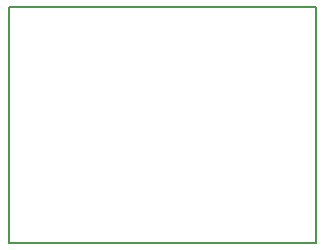
<source format=gbr>
G04 PROTEUS GERBER X2 FILE*
%TF.GenerationSoftware,Labcenter,Proteus,8.12-SP2-Build31155*%
%TF.CreationDate,2022-11-25T14:17:09+00:00*%
%TF.FileFunction,NonPlated,1,2,NPTH*%
%TF.FilePolarity,Positive*%
%TF.Part,Single*%
%TF.SameCoordinates,{346e540b-2083-415b-b033-3a3a66599278}*%
%FSLAX45Y45*%
%MOMM*%
G01*
%TA.AperFunction,Profile*%
%ADD14C,0.203200*%
%TD.AperFunction*%
D14*
X-5987000Y+3012000D02*
X-3387000Y+3012000D01*
X-3387000Y+5012000D01*
X-5987000Y+5012000D01*
X-5987000Y+3012000D01*
M02*

</source>
